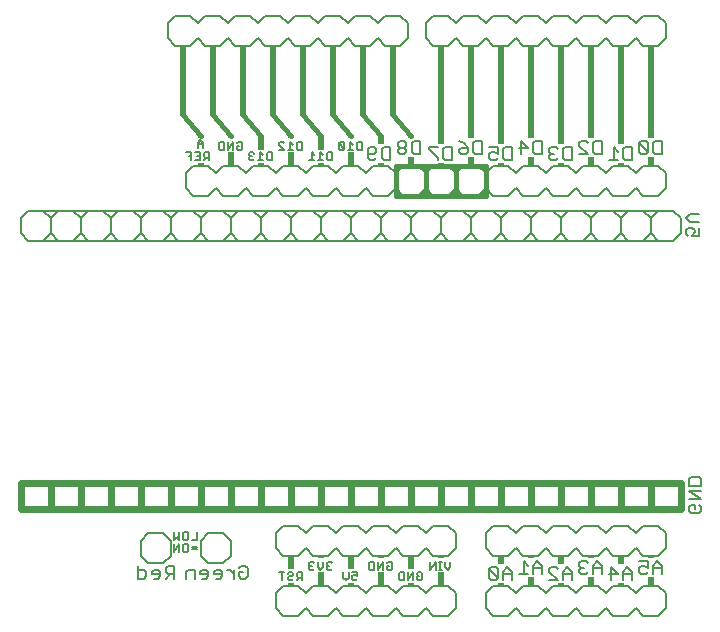
<source format=gbo>
G75*
G70*
%OFA0B0*%
%FSLAX24Y24*%
%IPPOS*%
%LPD*%
%AMOC8*
5,1,8,0,0,1.08239X$1,22.5*
%
%ADD10C,0.0080*%
%ADD11C,0.0220*%
%ADD12C,0.0240*%
%ADD13C,0.0050*%
%ADD14R,0.0200X0.0450*%
%ADD15R,0.0200X0.0100*%
%ADD16C,0.0070*%
%ADD17R,0.0200X0.0300*%
%ADD18R,0.0200X0.3100*%
%ADD19R,0.0200X0.2300*%
%ADD20R,0.0200X0.3300*%
%ADD21C,0.0160*%
%ADD22R,0.0200X0.0500*%
D10*
X004611Y002294D02*
X004821Y002294D01*
X004891Y002364D01*
X004891Y002504D01*
X004821Y002575D01*
X004611Y002575D01*
X004611Y002715D02*
X004611Y002294D01*
X005071Y002434D02*
X005351Y002434D01*
X005351Y002364D02*
X005351Y002504D01*
X005281Y002575D01*
X005141Y002575D01*
X005071Y002504D01*
X005071Y002434D01*
X005141Y002294D02*
X005281Y002294D01*
X005351Y002364D01*
X005531Y002294D02*
X005671Y002434D01*
X005601Y002434D02*
X005812Y002434D01*
X005812Y002294D02*
X005812Y002715D01*
X005601Y002715D01*
X005531Y002645D01*
X005531Y002504D01*
X005601Y002434D01*
X005452Y002804D02*
X004952Y002804D01*
X004702Y003054D01*
X004702Y003554D01*
X004952Y003804D01*
X005452Y003804D01*
X005702Y003554D01*
X005702Y003054D01*
X005452Y002804D01*
X006217Y002504D02*
X006217Y002294D01*
X006217Y002504D02*
X006287Y002575D01*
X006497Y002575D01*
X006497Y002294D01*
X006677Y002434D02*
X006957Y002434D01*
X006957Y002364D02*
X006957Y002504D01*
X006887Y002575D01*
X006747Y002575D01*
X006677Y002504D01*
X006677Y002434D01*
X006747Y002294D02*
X006887Y002294D01*
X006957Y002364D01*
X007137Y002434D02*
X007418Y002434D01*
X007418Y002364D02*
X007418Y002504D01*
X007348Y002575D01*
X007207Y002575D01*
X007137Y002504D01*
X007137Y002434D01*
X007207Y002294D02*
X007348Y002294D01*
X007418Y002364D01*
X007591Y002575D02*
X007661Y002575D01*
X007801Y002434D01*
X007801Y002294D02*
X007801Y002575D01*
X007981Y002645D02*
X008051Y002715D01*
X008192Y002715D01*
X008262Y002645D01*
X008262Y002364D01*
X008192Y002294D01*
X008051Y002294D01*
X007981Y002364D01*
X007981Y002504D01*
X008121Y002504D01*
X007702Y003054D02*
X007452Y002804D01*
X006952Y002804D01*
X006702Y003054D01*
X006702Y003554D01*
X006952Y003804D01*
X007452Y003804D01*
X007702Y003554D01*
X007702Y003054D01*
X009202Y003304D02*
X009452Y003054D01*
X009952Y003054D01*
X010202Y003304D01*
X010452Y003054D01*
X010952Y003054D01*
X011202Y003304D01*
X011452Y003054D01*
X011952Y003054D01*
X012202Y003304D01*
X012452Y003054D01*
X012952Y003054D01*
X013202Y003304D01*
X013452Y003054D01*
X013952Y003054D01*
X014202Y003304D01*
X014452Y003054D01*
X014952Y003054D01*
X015202Y003304D01*
X015202Y003804D01*
X014952Y004054D01*
X014452Y004054D01*
X014202Y003804D01*
X013952Y004054D01*
X013452Y004054D01*
X013202Y003804D01*
X012952Y004054D01*
X012452Y004054D01*
X012202Y003804D01*
X011952Y004054D01*
X011452Y004054D01*
X011202Y003804D01*
X010952Y004054D01*
X010452Y004054D01*
X010202Y003804D01*
X009952Y004054D01*
X009452Y004054D01*
X009202Y003804D01*
X009202Y003304D01*
X009452Y002054D02*
X009202Y001804D01*
X009202Y001304D01*
X009452Y001054D01*
X009952Y001054D01*
X010202Y001304D01*
X010452Y001054D01*
X010952Y001054D01*
X011202Y001304D01*
X011452Y001054D01*
X011952Y001054D01*
X012202Y001304D01*
X012452Y001054D01*
X012952Y001054D01*
X013202Y001304D01*
X013452Y001054D01*
X013952Y001054D01*
X014202Y001304D01*
X014452Y001054D01*
X014952Y001054D01*
X015202Y001304D01*
X015202Y001804D01*
X014952Y002054D01*
X014452Y002054D01*
X014202Y001804D01*
X013952Y002054D01*
X013452Y002054D01*
X013202Y001804D01*
X012952Y002054D01*
X012452Y002054D01*
X012202Y001804D01*
X011952Y002054D01*
X011452Y002054D01*
X011202Y001804D01*
X010952Y002054D01*
X010452Y002054D01*
X010202Y001804D01*
X009952Y002054D01*
X009452Y002054D01*
X016202Y001804D02*
X016202Y001304D01*
X016452Y001054D01*
X016952Y001054D01*
X017202Y001304D01*
X017452Y001054D01*
X017952Y001054D01*
X018202Y001304D01*
X018452Y001054D01*
X018952Y001054D01*
X019202Y001304D01*
X019452Y001054D01*
X019952Y001054D01*
X020202Y001304D01*
X020452Y001054D01*
X020952Y001054D01*
X021202Y001304D01*
X021452Y001054D01*
X021952Y001054D01*
X022202Y001304D01*
X022202Y001804D01*
X021952Y002054D01*
X021452Y002054D01*
X021202Y001804D01*
X020952Y002054D01*
X020452Y002054D01*
X020202Y001804D01*
X019952Y002054D01*
X019452Y002054D01*
X019202Y001804D01*
X018952Y002054D01*
X018452Y002054D01*
X018202Y001804D01*
X017952Y002054D01*
X017452Y002054D01*
X017202Y001804D01*
X016952Y002054D01*
X016452Y002054D01*
X016202Y001804D01*
X016452Y003054D02*
X016952Y003054D01*
X017202Y003304D01*
X017452Y003054D01*
X017952Y003054D01*
X018202Y003304D01*
X018452Y003054D01*
X018952Y003054D01*
X019202Y003304D01*
X019452Y003054D01*
X019952Y003054D01*
X020202Y003304D01*
X020452Y003054D01*
X020952Y003054D01*
X021202Y003304D01*
X021452Y003054D01*
X021952Y003054D01*
X022202Y003304D01*
X022202Y003804D01*
X021952Y004054D01*
X021452Y004054D01*
X021202Y003804D01*
X020952Y004054D01*
X020452Y004054D01*
X020202Y003804D01*
X019952Y004054D01*
X019452Y004054D01*
X019202Y003804D01*
X018952Y004054D01*
X018452Y004054D01*
X018202Y003804D01*
X017952Y004054D01*
X017452Y004054D01*
X017202Y003804D01*
X016952Y004054D01*
X016452Y004054D01*
X016202Y003804D01*
X016202Y003304D01*
X016452Y003054D01*
X022972Y004544D02*
X022972Y004684D01*
X023042Y004755D01*
X023182Y004755D01*
X023182Y004614D01*
X023322Y004474D02*
X023042Y004474D01*
X022972Y004544D01*
X023322Y004474D02*
X023392Y004544D01*
X023392Y004684D01*
X023322Y004755D01*
X023392Y004935D02*
X022972Y004935D01*
X022972Y005215D02*
X023392Y005215D01*
X023392Y005395D02*
X023392Y005605D01*
X023322Y005675D01*
X023042Y005675D01*
X022972Y005605D01*
X022972Y005395D01*
X023392Y005395D01*
X022972Y005215D02*
X023392Y004935D01*
X022452Y013554D02*
X021452Y013554D01*
X021702Y013804D01*
X021952Y013554D01*
X021702Y013804D02*
X021702Y014304D01*
X021952Y014554D01*
X003952Y014554D01*
X004452Y014554D01*
X004702Y014304D01*
X004702Y013804D01*
X004452Y013554D01*
X003952Y013554D01*
X003702Y013804D01*
X003702Y014304D01*
X003452Y014554D01*
X002952Y014554D01*
X002702Y014304D01*
X002702Y013804D01*
X002452Y013554D01*
X001952Y013554D01*
X001702Y013804D01*
X001702Y014304D01*
X001452Y014554D01*
X000952Y014554D01*
X000702Y014304D01*
X000702Y013804D01*
X000952Y013554D01*
X001202Y013554D01*
X001452Y013554D01*
X001702Y013804D01*
X001702Y014304D02*
X001952Y014554D01*
X002452Y014554D01*
X002702Y014304D01*
X002702Y013804D02*
X002952Y013554D01*
X003452Y013554D01*
X003702Y013804D01*
X003702Y014304D02*
X003952Y014554D01*
X001202Y014554D01*
X001202Y013554D02*
X020952Y013554D01*
X021452Y013554D01*
X021202Y013554D02*
X020952Y013554D01*
X020702Y013804D01*
X020702Y014304D01*
X020452Y014554D01*
X019952Y014554D01*
X019702Y014304D01*
X019702Y013804D01*
X019452Y013554D01*
X018952Y013554D01*
X018702Y013804D01*
X018702Y014304D01*
X018452Y014554D01*
X017952Y014554D01*
X017702Y014304D01*
X017702Y013804D01*
X017452Y013554D01*
X016952Y013554D01*
X016702Y013804D01*
X016702Y014304D01*
X016452Y014554D01*
X015952Y014554D01*
X015702Y014304D01*
X015702Y013804D01*
X015452Y013554D01*
X014952Y013554D01*
X014702Y013804D01*
X014702Y014304D01*
X014452Y014554D01*
X013952Y014554D01*
X013702Y014304D01*
X013702Y013804D01*
X013452Y013554D01*
X012952Y013554D01*
X012702Y013804D01*
X012702Y014304D01*
X012452Y014554D01*
X011952Y014554D01*
X011702Y014304D01*
X011702Y013804D01*
X011452Y013554D01*
X010952Y013554D01*
X010702Y013804D01*
X010702Y014304D01*
X010452Y014554D01*
X009952Y014554D01*
X009702Y014304D01*
X009702Y013804D01*
X009452Y013554D01*
X008952Y013554D01*
X008702Y013804D01*
X008702Y014304D01*
X008452Y014554D01*
X007952Y014554D01*
X007702Y014304D01*
X007702Y013804D01*
X007452Y013554D01*
X006952Y013554D01*
X006702Y013804D01*
X006702Y014304D01*
X006452Y014554D01*
X005952Y014554D01*
X005702Y014304D01*
X005702Y013804D01*
X005452Y013554D01*
X004952Y013554D01*
X004702Y013804D01*
X004702Y014304D02*
X004952Y014554D01*
X005452Y014554D01*
X005702Y014304D01*
X005702Y013804D02*
X005952Y013554D01*
X006452Y013554D01*
X006702Y013804D01*
X006702Y014304D02*
X006952Y014554D01*
X007452Y014554D01*
X007702Y014304D01*
X007702Y013804D02*
X007952Y013554D01*
X008452Y013554D01*
X008702Y013804D01*
X008702Y014304D02*
X008952Y014554D01*
X009452Y014554D01*
X009702Y014304D01*
X009702Y013804D02*
X009952Y013554D01*
X010452Y013554D01*
X010702Y013804D01*
X010702Y014304D02*
X010952Y014554D01*
X011452Y014554D01*
X011702Y014304D01*
X011702Y013804D02*
X011952Y013554D01*
X012452Y013554D01*
X012702Y013804D01*
X012702Y014304D02*
X012952Y014554D01*
X013452Y014554D01*
X013702Y014304D01*
X013702Y013804D02*
X013952Y013554D01*
X014452Y013554D01*
X014702Y013804D01*
X014702Y014304D02*
X014952Y014554D01*
X015452Y014554D01*
X015702Y014304D01*
X015702Y013804D02*
X015952Y013554D01*
X016452Y013554D01*
X016702Y013804D01*
X016702Y014304D02*
X016952Y014554D01*
X017452Y014554D01*
X017702Y014304D01*
X017702Y013804D02*
X017952Y013554D01*
X018452Y013554D01*
X018702Y013804D01*
X018702Y014304D02*
X018952Y014554D01*
X019452Y014554D01*
X019702Y014304D01*
X019702Y013804D02*
X019952Y013554D01*
X020452Y013554D01*
X020702Y013804D01*
X020702Y014304D02*
X020952Y014554D01*
X021452Y014554D01*
X021702Y014304D01*
X021952Y014554D02*
X022452Y014554D01*
X022702Y014304D01*
X022702Y013804D01*
X022452Y013554D01*
X022882Y013784D02*
X022952Y013714D01*
X022882Y013784D02*
X022882Y013924D01*
X022952Y013995D01*
X023092Y013995D01*
X023162Y013924D01*
X023162Y013854D01*
X023092Y013714D01*
X023302Y013714D01*
X023302Y013995D01*
X023302Y014175D02*
X023022Y014175D01*
X022882Y014315D01*
X023022Y014455D01*
X023302Y014455D01*
X022202Y015304D02*
X022202Y015804D01*
X021952Y016054D01*
X021452Y016054D01*
X021202Y015804D01*
X020952Y016054D01*
X020452Y016054D01*
X020202Y015804D01*
X019952Y016054D01*
X019452Y016054D01*
X019202Y015804D01*
X018952Y016054D01*
X018452Y016054D01*
X018202Y015804D01*
X017952Y016054D01*
X017452Y016054D01*
X017202Y015804D01*
X016952Y016054D01*
X016452Y016054D01*
X016202Y015804D01*
X015952Y016054D01*
X015452Y016054D01*
X015202Y015804D01*
X014952Y016054D01*
X014452Y016054D01*
X014202Y015804D01*
X013952Y016054D01*
X013452Y016054D02*
X013202Y015804D01*
X012952Y016054D01*
X012452Y016054D01*
X012202Y015804D01*
X011952Y016054D01*
X011452Y016054D01*
X011202Y015804D01*
X010952Y016054D01*
X010452Y016054D01*
X010202Y015804D01*
X009952Y016054D01*
X009452Y016054D01*
X009202Y015804D01*
X008952Y016054D01*
X008452Y016054D01*
X008202Y015804D01*
X007952Y016054D01*
X007452Y016054D01*
X007202Y015804D01*
X006952Y016054D01*
X006452Y016054D01*
X006202Y015804D01*
X006202Y015304D01*
X006452Y015054D01*
X006952Y015054D01*
X007202Y015304D01*
X007452Y015054D01*
X007952Y015054D01*
X008202Y015304D01*
X008452Y015054D01*
X008952Y015054D01*
X009202Y015304D01*
X009452Y015054D01*
X009952Y015054D01*
X010202Y015304D01*
X010452Y015054D01*
X010952Y015054D01*
X011202Y015304D01*
X011452Y015054D01*
X011952Y015054D01*
X012202Y015304D01*
X012452Y015054D01*
X012952Y015054D01*
X013202Y015304D01*
X013452Y015054D01*
X013952Y015054D02*
X014202Y015304D01*
X014452Y015054D01*
X014952Y015054D02*
X015202Y015304D01*
X015452Y015054D01*
X015952Y015054D01*
X016202Y015304D01*
X016452Y015054D01*
X016952Y015054D01*
X017202Y015304D01*
X017452Y015054D01*
X017952Y015054D01*
X018202Y015304D01*
X018452Y015054D01*
X018952Y015054D01*
X019202Y015304D01*
X019452Y015054D01*
X019952Y015054D01*
X020202Y015304D01*
X020452Y015054D01*
X020952Y015054D01*
X021202Y015304D01*
X021452Y015054D01*
X021952Y015054D01*
X022202Y015304D01*
X021952Y014554D02*
X021202Y014554D01*
X021952Y014554D02*
X004452Y014554D01*
X005852Y020054D02*
X006352Y020054D01*
X006602Y020304D01*
X006852Y020054D01*
X007352Y020054D01*
X007602Y020304D01*
X007852Y020054D01*
X008352Y020054D01*
X008602Y020304D01*
X008852Y020054D01*
X009352Y020054D01*
X009602Y020304D01*
X009852Y020054D01*
X010352Y020054D01*
X010602Y020304D01*
X010852Y020054D01*
X011352Y020054D01*
X011602Y020304D01*
X011852Y020054D01*
X012352Y020054D01*
X012602Y020304D01*
X012852Y020054D01*
X013352Y020054D01*
X013602Y020304D01*
X013602Y020804D01*
X013352Y021054D01*
X012852Y021054D01*
X012602Y020804D01*
X012352Y021054D01*
X011852Y021054D01*
X011602Y020804D01*
X011352Y021054D01*
X010852Y021054D01*
X010602Y020804D01*
X010352Y021054D01*
X009852Y021054D01*
X009602Y020804D01*
X009352Y021054D01*
X008852Y021054D01*
X008602Y020804D01*
X008352Y021054D01*
X007852Y021054D01*
X007602Y020804D01*
X007352Y021054D01*
X006852Y021054D01*
X006602Y020804D01*
X006352Y021054D01*
X005852Y021054D01*
X005602Y020804D01*
X005602Y020304D01*
X005852Y020054D01*
X014202Y020304D02*
X014452Y020054D01*
X014952Y020054D01*
X015202Y020304D01*
X015452Y020054D01*
X015952Y020054D01*
X016202Y020304D01*
X016452Y020054D01*
X016952Y020054D01*
X017202Y020304D01*
X017452Y020054D01*
X017952Y020054D01*
X018202Y020304D01*
X018452Y020054D01*
X018952Y020054D01*
X019202Y020304D01*
X019452Y020054D01*
X019952Y020054D01*
X020202Y020304D01*
X020452Y020054D01*
X020952Y020054D01*
X021202Y020304D01*
X021452Y020054D01*
X021952Y020054D01*
X022202Y020304D01*
X022202Y020804D01*
X021952Y021054D01*
X021452Y021054D01*
X021202Y020804D01*
X020952Y021054D01*
X020452Y021054D01*
X020202Y020804D01*
X019952Y021054D01*
X019452Y021054D01*
X019202Y020804D01*
X018952Y021054D01*
X018452Y021054D01*
X018202Y020804D01*
X017952Y021054D01*
X017452Y021054D01*
X017202Y020804D01*
X016952Y021054D01*
X016452Y021054D01*
X016202Y020804D01*
X015952Y021054D01*
X015452Y021054D01*
X015202Y020804D01*
X014952Y021054D01*
X014452Y021054D01*
X014202Y020804D01*
X014202Y020304D01*
D11*
X022702Y005484D02*
X000702Y005484D01*
X000702Y004624D02*
X022702Y004624D01*
D12*
X022702Y004654D02*
X022702Y005454D01*
X021702Y005454D02*
X021702Y004654D01*
X020702Y004654D02*
X020702Y005454D01*
X019702Y005454D02*
X019702Y004654D01*
X018702Y004654D02*
X018702Y005454D01*
X017702Y005454D02*
X017702Y004654D01*
X016702Y004654D02*
X016702Y005454D01*
X015702Y005454D02*
X015702Y004654D01*
X014702Y004654D02*
X014702Y005454D01*
X013702Y005454D02*
X013702Y004654D01*
X012702Y004654D02*
X012702Y005454D01*
X011702Y005454D02*
X011702Y004654D01*
X010702Y004654D02*
X010702Y005454D01*
X009702Y005454D02*
X009702Y004654D01*
X008702Y004654D02*
X008702Y005454D01*
X007702Y005454D02*
X007702Y004654D01*
X006702Y004654D02*
X006702Y005454D01*
X005702Y005454D02*
X005702Y004654D01*
X004702Y004654D02*
X004702Y005454D01*
X003702Y005454D02*
X003702Y004654D01*
X002702Y004654D02*
X002702Y005454D01*
X001702Y005454D02*
X001702Y004654D01*
X000702Y004654D02*
X000702Y005454D01*
D13*
X005807Y003850D02*
X005807Y003579D01*
X005897Y003669D01*
X005987Y003579D01*
X005987Y003850D01*
X006102Y003804D02*
X006102Y003624D01*
X006147Y003579D01*
X006237Y003579D01*
X006282Y003624D01*
X006282Y003804D01*
X006237Y003850D01*
X006147Y003850D01*
X006102Y003804D01*
X006396Y003579D02*
X006577Y003579D01*
X006577Y003850D01*
X006577Y003359D02*
X006396Y003359D01*
X006396Y003269D02*
X006577Y003269D01*
X006282Y003224D02*
X006282Y003404D01*
X006237Y003450D01*
X006147Y003450D01*
X006102Y003404D01*
X006102Y003224D01*
X006147Y003179D01*
X006237Y003179D01*
X006282Y003224D01*
X005987Y003179D02*
X005987Y003450D01*
X005807Y003179D01*
X005807Y003450D01*
X009307Y002500D02*
X009487Y002500D01*
X009397Y002500D02*
X009397Y002229D01*
X009602Y002274D02*
X009647Y002229D01*
X009737Y002229D01*
X009782Y002274D01*
X009737Y002364D02*
X009647Y002364D01*
X009602Y002319D01*
X009602Y002274D01*
X009737Y002364D02*
X009782Y002409D01*
X009782Y002454D01*
X009737Y002500D01*
X009647Y002500D01*
X009602Y002454D01*
X009896Y002454D02*
X009896Y002364D01*
X009941Y002319D01*
X010077Y002319D01*
X010077Y002229D02*
X010077Y002500D01*
X009941Y002500D01*
X009896Y002454D01*
X009987Y002319D02*
X009896Y002229D01*
X010307Y002624D02*
X010352Y002579D01*
X010442Y002579D01*
X010487Y002624D01*
X010602Y002669D02*
X010602Y002850D01*
X010487Y002804D02*
X010442Y002850D01*
X010352Y002850D01*
X010307Y002804D01*
X010307Y002759D01*
X010352Y002714D01*
X010307Y002669D01*
X010307Y002624D01*
X010352Y002714D02*
X010397Y002714D01*
X010602Y002669D02*
X010692Y002579D01*
X010782Y002669D01*
X010782Y002850D01*
X010896Y002804D02*
X010896Y002759D01*
X010941Y002714D01*
X010896Y002669D01*
X010896Y002624D01*
X010941Y002579D01*
X011032Y002579D01*
X011077Y002624D01*
X010987Y002714D02*
X010941Y002714D01*
X010896Y002804D02*
X010941Y002850D01*
X011032Y002850D01*
X011077Y002804D01*
X011452Y002500D02*
X011452Y002319D01*
X011542Y002229D01*
X011632Y002319D01*
X011632Y002500D01*
X011746Y002500D02*
X011927Y002500D01*
X011927Y002364D01*
X011837Y002409D01*
X011791Y002409D01*
X011746Y002364D01*
X011746Y002274D01*
X011791Y002229D01*
X011882Y002229D01*
X011927Y002274D01*
X012307Y002624D02*
X012307Y002804D01*
X012352Y002850D01*
X012487Y002850D01*
X012487Y002579D01*
X012352Y002579D01*
X012307Y002624D01*
X012602Y002579D02*
X012602Y002850D01*
X012782Y002850D02*
X012602Y002579D01*
X012782Y002579D02*
X012782Y002850D01*
X012896Y002804D02*
X012941Y002850D01*
X013032Y002850D01*
X013077Y002804D01*
X013077Y002624D01*
X013032Y002579D01*
X012941Y002579D01*
X012896Y002624D01*
X012896Y002714D01*
X012987Y002714D01*
X013307Y002454D02*
X013307Y002274D01*
X013352Y002229D01*
X013487Y002229D01*
X013487Y002500D01*
X013352Y002500D01*
X013307Y002454D01*
X013602Y002500D02*
X013602Y002229D01*
X013782Y002500D01*
X013782Y002229D01*
X013896Y002274D02*
X013896Y002364D01*
X013987Y002364D01*
X014077Y002274D02*
X014032Y002229D01*
X013941Y002229D01*
X013896Y002274D01*
X013896Y002454D02*
X013941Y002500D01*
X014032Y002500D01*
X014077Y002454D01*
X014077Y002274D01*
X014355Y002579D02*
X014355Y002850D01*
X014536Y002850D02*
X014355Y002579D01*
X014536Y002579D02*
X014536Y002850D01*
X014642Y002850D02*
X014732Y002850D01*
X014687Y002850D02*
X014687Y002579D01*
X014732Y002579D02*
X014642Y002579D01*
X014846Y002669D02*
X014846Y002850D01*
X015027Y002850D02*
X015027Y002669D01*
X014937Y002579D01*
X014846Y002669D01*
X011077Y016229D02*
X010941Y016229D01*
X010896Y016274D01*
X010896Y016454D01*
X010941Y016500D01*
X011077Y016500D01*
X011077Y016229D01*
X011352Y016579D02*
X011442Y016579D01*
X011487Y016624D01*
X011307Y016804D01*
X011307Y016624D01*
X011352Y016579D01*
X011487Y016624D02*
X011487Y016804D01*
X011442Y016850D01*
X011352Y016850D01*
X011307Y016804D01*
X011692Y016850D02*
X011782Y016759D01*
X011896Y016804D02*
X011941Y016850D01*
X012077Y016850D01*
X012077Y016579D01*
X011941Y016579D01*
X011896Y016624D01*
X011896Y016804D01*
X011692Y016850D02*
X011692Y016579D01*
X011782Y016579D02*
X011602Y016579D01*
X010782Y016409D02*
X010692Y016500D01*
X010692Y016229D01*
X010782Y016229D02*
X010602Y016229D01*
X010487Y016229D02*
X010307Y016229D01*
X010397Y016229D02*
X010397Y016500D01*
X010487Y016409D01*
X010077Y016579D02*
X010077Y016850D01*
X009941Y016850D01*
X009896Y016804D01*
X009896Y016624D01*
X009941Y016579D01*
X010077Y016579D01*
X009782Y016579D02*
X009602Y016579D01*
X009692Y016579D02*
X009692Y016850D01*
X009782Y016759D01*
X009487Y016804D02*
X009442Y016850D01*
X009352Y016850D01*
X009307Y016804D01*
X009307Y016759D01*
X009487Y016579D01*
X009307Y016579D01*
X009077Y016500D02*
X009077Y016229D01*
X008941Y016229D01*
X008896Y016274D01*
X008896Y016454D01*
X008941Y016500D01*
X009077Y016500D01*
X008782Y016409D02*
X008692Y016500D01*
X008692Y016229D01*
X008782Y016229D02*
X008602Y016229D01*
X008487Y016274D02*
X008442Y016229D01*
X008352Y016229D01*
X008307Y016274D01*
X008307Y016319D01*
X008352Y016364D01*
X008397Y016364D01*
X008352Y016364D02*
X008307Y016409D01*
X008307Y016454D01*
X008352Y016500D01*
X008442Y016500D01*
X008487Y016454D01*
X008077Y016624D02*
X008077Y016804D01*
X008032Y016850D01*
X007941Y016850D01*
X007896Y016804D01*
X007896Y016714D02*
X007987Y016714D01*
X007896Y016714D02*
X007896Y016624D01*
X007941Y016579D01*
X008032Y016579D01*
X008077Y016624D01*
X007782Y016579D02*
X007782Y016850D01*
X007602Y016579D01*
X007602Y016850D01*
X007487Y016850D02*
X007352Y016850D01*
X007307Y016804D01*
X007307Y016624D01*
X007352Y016579D01*
X007487Y016579D01*
X007487Y016850D01*
X006977Y016500D02*
X006841Y016500D01*
X006796Y016454D01*
X006796Y016364D01*
X006841Y016319D01*
X006977Y016319D01*
X006977Y016229D02*
X006977Y016500D01*
X006887Y016319D02*
X006796Y016229D01*
X006682Y016229D02*
X006682Y016500D01*
X006502Y016500D01*
X006387Y016500D02*
X006387Y016229D01*
X006502Y016229D02*
X006682Y016229D01*
X006682Y016364D02*
X006592Y016364D01*
X006387Y016364D02*
X006297Y016364D01*
X006387Y016500D02*
X006207Y016500D01*
X006596Y016629D02*
X006596Y016809D01*
X006687Y016900D01*
X006777Y016809D01*
X006777Y016629D01*
X006777Y016764D02*
X006596Y016764D01*
D14*
X007702Y016279D03*
X009702Y016279D03*
X011702Y016279D03*
X011702Y002829D03*
X012702Y002279D03*
X013702Y002829D03*
X014702Y002279D03*
X010702Y002279D03*
X009702Y002829D03*
D15*
X009702Y002104D03*
X010702Y003004D03*
X011702Y002104D03*
X012702Y003004D03*
X013702Y002104D03*
X014702Y003004D03*
X016702Y002104D03*
X017702Y003004D03*
X018702Y002104D03*
X019702Y003004D03*
X020702Y002104D03*
X021702Y003004D03*
X020702Y016104D03*
X018702Y016104D03*
X016702Y016104D03*
X014702Y016104D03*
X013702Y017004D03*
X012702Y016104D03*
X011702Y017004D03*
X010702Y016104D03*
X009702Y017004D03*
X008702Y016104D03*
X007702Y017004D03*
X006702Y017004D03*
X006702Y016104D03*
D16*
X012269Y016311D02*
X012269Y016598D01*
X012341Y016670D01*
X012485Y016670D01*
X012556Y016598D01*
X012556Y016526D01*
X012485Y016454D01*
X012269Y016454D01*
X012269Y016311D02*
X012341Y016239D01*
X012485Y016239D01*
X012556Y016311D01*
X012730Y016311D02*
X012730Y016598D01*
X012801Y016670D01*
X013017Y016670D01*
X013017Y016239D01*
X012801Y016239D01*
X012730Y016311D01*
X013269Y016511D02*
X013341Y016439D01*
X013485Y016439D01*
X013556Y016511D01*
X013556Y016583D01*
X013485Y016654D01*
X013341Y016654D01*
X013269Y016583D01*
X013269Y016511D01*
X013341Y016654D02*
X013269Y016726D01*
X013269Y016798D01*
X013341Y016870D01*
X013485Y016870D01*
X013556Y016798D01*
X013556Y016726D01*
X013485Y016654D01*
X013730Y016511D02*
X013730Y016798D01*
X013801Y016870D01*
X014017Y016870D01*
X014017Y016439D01*
X013801Y016439D01*
X013730Y016511D01*
X014319Y016598D02*
X014606Y016311D01*
X014606Y016239D01*
X014780Y016311D02*
X014780Y016598D01*
X014851Y016670D01*
X015067Y016670D01*
X015067Y016239D01*
X014851Y016239D01*
X014780Y016311D01*
X014606Y016670D02*
X014319Y016670D01*
X014319Y016598D01*
X015319Y016583D02*
X015319Y016511D01*
X015391Y016439D01*
X015535Y016439D01*
X015606Y016511D01*
X015606Y016654D01*
X015391Y016654D01*
X015319Y016583D01*
X015463Y016798D02*
X015319Y016870D01*
X015463Y016798D02*
X015606Y016654D01*
X015780Y016511D02*
X015780Y016798D01*
X015851Y016870D01*
X016067Y016870D01*
X016067Y016439D01*
X015851Y016439D01*
X015780Y016511D01*
X016319Y016454D02*
X016319Y016311D01*
X016391Y016239D01*
X016535Y016239D01*
X016606Y016311D01*
X016606Y016454D02*
X016463Y016526D01*
X016391Y016526D01*
X016319Y016454D01*
X016319Y016670D02*
X016606Y016670D01*
X016606Y016454D01*
X016780Y016311D02*
X016780Y016598D01*
X016851Y016670D01*
X017067Y016670D01*
X017067Y016239D01*
X016851Y016239D01*
X016780Y016311D01*
X017319Y016654D02*
X017606Y016654D01*
X017391Y016870D01*
X017391Y016439D01*
X017780Y016511D02*
X017780Y016798D01*
X017851Y016870D01*
X018067Y016870D01*
X018067Y016439D01*
X017851Y016439D01*
X017780Y016511D01*
X018319Y016526D02*
X018391Y016454D01*
X018319Y016383D01*
X018319Y016311D01*
X018391Y016239D01*
X018535Y016239D01*
X018606Y016311D01*
X018780Y016311D02*
X018780Y016598D01*
X018851Y016670D01*
X019067Y016670D01*
X019067Y016239D01*
X018851Y016239D01*
X018780Y016311D01*
X018606Y016598D02*
X018535Y016670D01*
X018391Y016670D01*
X018319Y016598D01*
X018319Y016526D01*
X018391Y016454D02*
X018463Y016454D01*
X019319Y016439D02*
X019606Y016439D01*
X019319Y016726D01*
X019319Y016798D01*
X019391Y016870D01*
X019535Y016870D01*
X019606Y016798D01*
X019780Y016798D02*
X019780Y016511D01*
X019851Y016439D01*
X020067Y016439D01*
X020067Y016870D01*
X019851Y016870D01*
X019780Y016798D01*
X020319Y016239D02*
X020606Y016239D01*
X020463Y016239D02*
X020463Y016670D01*
X020606Y016526D01*
X020780Y016598D02*
X020780Y016311D01*
X020851Y016239D01*
X021067Y016239D01*
X021067Y016670D01*
X020851Y016670D01*
X020780Y016598D01*
X021319Y016511D02*
X021391Y016439D01*
X021535Y016439D01*
X021606Y016511D01*
X021319Y016798D01*
X021319Y016511D01*
X021319Y016798D02*
X021391Y016870D01*
X021535Y016870D01*
X021606Y016798D01*
X021606Y016511D01*
X021780Y016511D02*
X021780Y016798D01*
X021851Y016870D01*
X022067Y016870D01*
X022067Y016439D01*
X021851Y016439D01*
X021780Y016511D01*
X021923Y002870D02*
X021780Y002726D01*
X021780Y002439D01*
X021606Y002511D02*
X021535Y002439D01*
X021391Y002439D01*
X021319Y002511D01*
X021319Y002654D01*
X021391Y002726D01*
X021463Y002726D01*
X021606Y002654D01*
X021606Y002870D01*
X021319Y002870D01*
X021067Y002526D02*
X020923Y002670D01*
X020780Y002526D01*
X020780Y002239D01*
X020780Y002454D02*
X021067Y002454D01*
X021067Y002526D02*
X021067Y002239D01*
X020606Y002454D02*
X020319Y002454D01*
X020391Y002239D02*
X020391Y002670D01*
X020606Y002454D01*
X020067Y002439D02*
X020067Y002726D01*
X019923Y002870D01*
X019780Y002726D01*
X019780Y002439D01*
X019606Y002511D02*
X019535Y002439D01*
X019391Y002439D01*
X019319Y002511D01*
X019319Y002583D01*
X019391Y002654D01*
X019463Y002654D01*
X019391Y002654D02*
X019319Y002726D01*
X019319Y002798D01*
X019391Y002870D01*
X019535Y002870D01*
X019606Y002798D01*
X019780Y002654D02*
X020067Y002654D01*
X019067Y002526D02*
X019067Y002239D01*
X019067Y002454D02*
X018780Y002454D01*
X018780Y002526D02*
X018780Y002239D01*
X018606Y002239D02*
X018319Y002526D01*
X018319Y002598D01*
X018391Y002670D01*
X018535Y002670D01*
X018606Y002598D01*
X018780Y002526D02*
X018923Y002670D01*
X019067Y002526D01*
X018606Y002239D02*
X018319Y002239D01*
X018067Y002439D02*
X018067Y002726D01*
X017923Y002870D01*
X017780Y002726D01*
X017780Y002439D01*
X017606Y002439D02*
X017319Y002439D01*
X017463Y002439D02*
X017463Y002870D01*
X017606Y002726D01*
X017780Y002654D02*
X018067Y002654D01*
X017067Y002526D02*
X017067Y002239D01*
X017067Y002454D02*
X016780Y002454D01*
X016780Y002526D02*
X016780Y002239D01*
X016606Y002311D02*
X016319Y002598D01*
X016319Y002311D01*
X016391Y002239D01*
X016535Y002239D01*
X016606Y002311D01*
X016606Y002598D01*
X016535Y002670D01*
X016391Y002670D01*
X016319Y002598D01*
X016780Y002526D02*
X016923Y002670D01*
X017067Y002526D01*
X021780Y002654D02*
X022067Y002654D01*
X022067Y002726D02*
X021923Y002870D01*
X022067Y002726D02*
X022067Y002439D01*
D17*
X021702Y002204D03*
X020702Y002904D03*
X019702Y002204D03*
X018702Y002904D03*
X017702Y002204D03*
X016702Y002904D03*
X017702Y016204D03*
X019702Y016204D03*
X021702Y016204D03*
X015702Y016204D03*
X013702Y016204D03*
X012702Y016904D03*
D18*
X015702Y018504D03*
X017702Y018504D03*
X019702Y018504D03*
X021702Y018504D03*
D19*
X013102Y018904D03*
X012102Y018904D03*
X011102Y018904D03*
X010102Y018904D03*
X009102Y018904D03*
X008102Y018904D03*
X007102Y018904D03*
X006102Y018904D03*
D20*
X014702Y018404D03*
X016702Y018404D03*
X018702Y018404D03*
X020702Y018404D03*
D21*
X016202Y016054D02*
X016202Y015904D01*
X016102Y016004D01*
X016202Y016054D02*
X015352Y016054D01*
X015202Y015904D01*
X015202Y015204D01*
X015302Y015104D01*
X015352Y015054D02*
X014452Y015054D01*
X014052Y015054D01*
X014202Y015204D01*
X014302Y015104D01*
X014202Y015204D02*
X014202Y015304D01*
X014202Y015804D01*
X014202Y015904D01*
X014102Y016004D01*
X014202Y015904D02*
X014352Y016054D01*
X014452Y016054D01*
X015352Y016054D01*
X015202Y015904D02*
X015102Y016004D01*
X014352Y016054D02*
X013952Y016054D01*
X013452Y016054D01*
X013352Y016054D01*
X013202Y015904D01*
X013202Y015804D01*
X013202Y015304D01*
X013202Y015204D01*
X013302Y015104D01*
X013202Y015054D02*
X013452Y015054D01*
X013952Y015054D01*
X014052Y015054D01*
X013202Y015054D02*
X013202Y015204D01*
X013202Y015904D02*
X013202Y016054D01*
X013352Y016054D01*
X013722Y017034D02*
X013082Y017784D01*
X012722Y017034D02*
X012082Y017784D01*
X011722Y017034D02*
X011082Y017784D01*
X010722Y017034D02*
X010082Y017784D01*
X009722Y017034D02*
X009082Y017784D01*
X008722Y017034D02*
X008082Y017784D01*
X007722Y017034D02*
X007082Y017784D01*
X006722Y017034D02*
X006082Y017784D01*
X015052Y015054D02*
X015202Y015204D01*
X015352Y015054D02*
X015052Y015054D01*
X015352Y015054D02*
X016052Y015054D01*
X016202Y015204D01*
X016202Y015054D01*
X016052Y015054D01*
X016202Y015204D02*
X016202Y015904D01*
D22*
X010702Y016804D03*
X008702Y016804D03*
M02*

</source>
